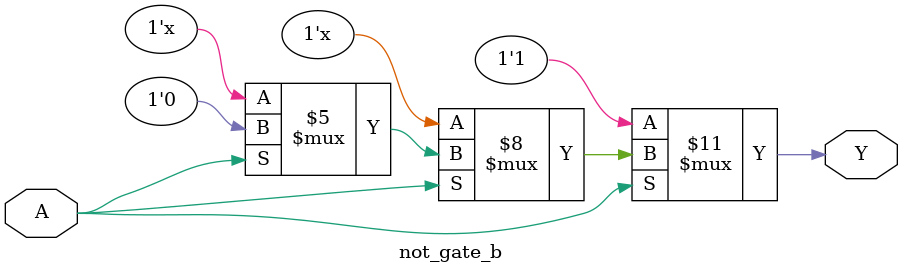
<source format=v>
module not_gate_b(Y,A);
  input A;
  output reg Y;
  always@(A) begin
    if   (A == 1'b0) begin Y = 1'b1; end
    else if(A==1'b1) begin Y = 1'b0; end
  end
endmodule

</source>
